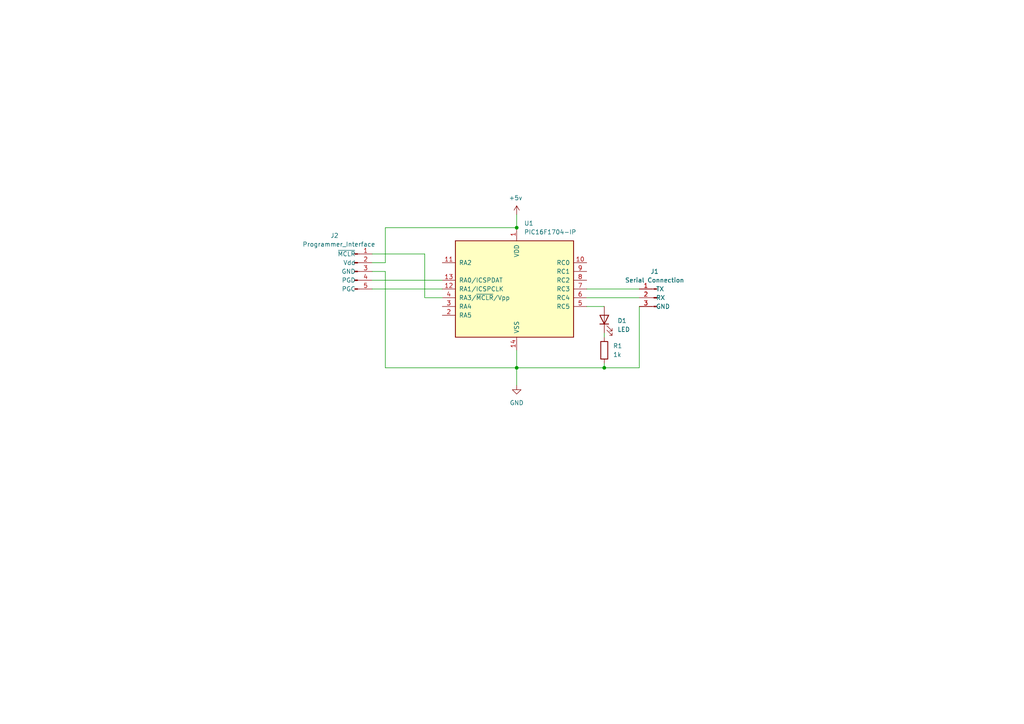
<source format=kicad_sch>
(kicad_sch (version 20250114) (generator "eeschema") (generator_version "9.0")
  (paper "A4")
  (title_block (title "PIC16F1704 Hello Morse Demo") (date "2025-12-09") (rev "1.0") (company "Boise State University") (comment 2 "Description: Demonstrate standalone use of PICkit4 programmer with PIC16F1704") (comment 3 "Author: Luke Hindman"))
  (lib_symbols
    (symbol "Connector:Conn_01x03_Pin" (pin_names (offset 1.016))
      (property "Reference" "J1" (at 0.635 7.62 0))
      (property "Value" "Serial Connection" (at 0.635 5.08 0))
      (symbol "Conn_01x03_Pin_1_1"
        (rectangle (start 0.8636 2.667) (end 0 2.413) (stroke (width 0.1524)) (fill (type outline)))
        (rectangle (start 0.8636 0.127) (end 0 -0.127) (stroke (width 0.1524)) (fill (type outline)))
        (rectangle (start 0.8636 -2.413) (end 0 -2.667) (stroke (width 0.1524)) (fill (type outline)))
        (polyline (pts (xy 1.27 2.54) (xy 0.8636 2.54)) (stroke (width 0.1524)))
        (polyline (pts (xy 1.27 0) (xy 0.8636 0)) (stroke (width 0.1524)))
        (polyline (pts (xy 1.27 -2.54) (xy 0.8636 -2.54)) (stroke (width 0.1524)))
        (pin output line (at 5.08 2.54 180) (length 3.81) (name "TX") (number "1"))
        (pin input line (at 5.08 0 180) (length 3.81) (name "RX") (number "2"))
        (pin passive line (at 5.08 -2.54 180) (length 3.81) (name "GND") (number "3"))
      )
    )
    (symbol "Device:LED" (pin_numbers (hide yes)) (pin_names (offset 1.016) (hide yes))
      (property "Reference" "D" (at 0 2.54 0))
      (property "Value" "LED" (at 0 -2.54 0))
      (symbol "LED_0_1"
        (polyline (pts (xy -3.048 -0.762) (xy -4.572 -2.286) (xy -3.81 -2.286) (xy -4.572 -2.286) (xy -4.572 -1.524)))
        (polyline (pts (xy -1.778 -0.762) (xy -3.302 -2.286) (xy -2.54 -2.286) (xy -3.302 -2.286) (xy -3.302 -1.524)))
        (polyline (pts (xy -1.27 0) (xy 1.27 0)))
        (polyline (pts (xy -1.27 -1.27) (xy -1.27 1.27)) (stroke (width 0.254)))
        (polyline (pts (xy 1.27 -1.27) (xy 1.27 1.27) (xy -1.27 0) (xy 1.27 -1.27)) (stroke (width 0.254)))
      )
      (symbol "LED_1_1"
        (pin passive line (at -3.81 0 0) (length 2.54) (name "K") (number "1"))
        (pin passive line (at 3.81 0 180) (length 2.54) (name "A") (number "2"))
      )
    )
    (symbol "Device:R" (pin_numbers (hide yes)) (pin_names (offset 0))
      (property "Reference" "R" (at 2.032 0 90))
      (property "Value" "R" (at 0 0 90))
      (symbol "R_0_1"
        (rectangle (start -1.016 -2.54) (end 1.016 2.54) (stroke (width 0.254)))
      )
      (symbol "R_1_1"
        (pin passive line (at 0 3.81 270) (length 1.27) (name "~") (number "1"))
        (pin passive line (at 0 -3.81 90) (length 1.27) (name "~") (number "2"))
      )
    )
    (symbol "ENDS Lab:PIC16F1704-IP" (pin_names (offset 1.016))
      (property "Reference" "U1" (at 2.1433 19.05 0))
      (property "Value" "PIC16F1704-IP" (at 2.1433 16.51 0))
      (symbol "PIC16F1704-IP_0_1"
        (rectangle (start -17.78 13.97) (end 16.51 -13.97) (stroke (width 0.254)) (fill (type background)))
      )
      (symbol "PIC16F1704-IP_1_1"
        (pin bidirectional line (at -21.59 7.62 0) (length 3.81) (name "RA2") (number "11"))
        (pin bidirectional line (at -21.59 2.54 0) (length 3.81) (name "RA0/ICSPDAT") (number "13"))
        (pin bidirectional line (at -21.59 0 0) (length 3.81) (name "RA1/ICSPCLK") (number "12"))
        (pin bidirectional line (at -21.59 -2.54 0) (length 3.81) (name "RA3/~{MCLR}/Vpp") (number "4"))
        (pin bidirectional line (at -21.59 -5.08 0) (length 3.81) (name "RA4") (number "3"))
        (pin bidirectional line (at -21.59 -7.62 0) (length 3.81) (name "RA5") (number "2"))
        (pin power_in line (at 0 17.78 270) (length 3.81) (name "VDD") (number "1"))
        (pin power_in line (at 0 -17.78 90) (length 3.81) (name "VSS") (number "14"))
        (pin bidirectional line (at 20.32 7.62 180) (length 3.81) (name "RC0") (number "10"))
        (pin bidirectional line (at 20.32 5.08 180) (length 3.81) (name "RC1") (number "9"))
        (pin bidirectional line (at 20.32 2.54 180) (length 3.81) (name "RC2") (number "8"))
        (pin bidirectional line (at 20.32 0 180) (length 3.81) (name "RC3") (number "7"))
        (pin bidirectional line (at 20.32 -2.54 180) (length 3.81) (name "RC4") (number "6"))
        (pin bidirectional line (at 20.32 -5.08 180) (length 3.81) (name "RC5") (number "5"))
      )
    )
    (symbol "ENDS Lab:Programmer_Interface" (pin_names (offset 1.016))
      (property "Reference" "J2" (at 0.635 10.16 0))
      (property "Value" "Programmer_Interface" (at 1.524 13.208 0))
      (symbol "Programmer_Interface_1_1"
        (rectangle (start 0.8636 5.207) (end 0 4.953) (stroke (width 0.1524)) (fill (type outline)))
        (rectangle (start 0.8636 2.667) (end 0 2.413) (stroke (width 0.1524)) (fill (type outline)))
        (rectangle (start 0.8636 0.127) (end 0 -0.127) (stroke (width 0.1524)) (fill (type outline)))
        (rectangle (start 0.8636 -2.413) (end 0 -2.667) (stroke (width 0.1524)) (fill (type outline)))
        (rectangle (start 0.8636 -4.953) (end 0 -5.207) (stroke (width 0.1524)) (fill (type outline)))
        (polyline (pts (xy 1.27 5.08) (xy 0.8636 5.08)) (stroke (width 0.1524)))
        (polyline (pts (xy 1.27 2.54) (xy 0.8636 2.54)) (stroke (width 0.1524)))
        (polyline (pts (xy 1.27 0) (xy 0.8636 0)) (stroke (width 0.1524)))
        (polyline (pts (xy 1.27 -2.54) (xy 0.8636 -2.54)) (stroke (width 0.1524)))
        (polyline (pts (xy 1.27 -5.08) (xy 0.8636 -5.08)) (stroke (width 0.1524)))
        (pin passive line (at 5.08 5.08 180) (length 3.81) (name "~{MCLR}") (number "1"))
        (pin passive line (at 5.08 2.54 180) (length 3.81) (name "Vdd") (number "2"))
        (pin passive line (at 5.08 0 180) (length 3.81) (name "GND") (number "3"))
        (pin passive line (at 5.08 -2.54 180) (length 3.81) (name "PGD") (number "4"))
        (pin passive line (at 5.08 -5.08 180) (length 3.81) (name "PGC") (number "5"))
      )
    )
    (symbol "power:GND" (power) (pin_numbers (hide yes)) (pin_names (offset 0) (hide yes))
      (property "Value" "GND" (at 0 -3.81 0))
      (symbol "GND_0_1"
        (polyline (pts (xy 0 0) (xy 0 -1.27) (xy 1.27 -1.27) (xy 0 -2.54) (xy -1.27 -1.27) (xy 0 -1.27)))
      )
      (symbol "GND_1_1"
        (pin power_in line (at 0 0 270) (length 0) (name "~") (number "1"))
      )
    )
    (symbol "power:VDD" (power) (pin_numbers (hide yes)) (pin_names (offset 0) (hide yes))
      (property "Value" "VDD" (at 0 3.556 0))
      (symbol "VDD_0_1"
        (polyline (pts (xy -0.762 1.27) (xy 0 2.54)))
        (polyline (pts (xy 0 2.54) (xy 0.762 1.27)))
        (polyline (pts (xy 0 0) (xy 0 2.54)))
      )
      (symbol "VDD_1_1"
        (pin power_in line (at 0 0 90) (length 0) (name "~") (number "1"))
      )
    )
  )
  (junction (at 149.86 66.04))
  (junction (at 149.86 106.68))
  (junction (at 175.26 106.68))
  (wire (pts (xy 111.76 78.74) (xy 111.76 106.68)))
  (wire (pts (xy 185.42 88.9) (xy 185.42 106.68)))
  (wire (pts (xy 149.86 106.68) (xy 149.86 111.76)))
  (wire (pts (xy 170.18 88.9) (xy 175.26 88.9)))
  (wire (pts (xy 107.95 81.28) (xy 128.27 81.28)))
  (wire (pts (xy 175.26 105.41) (xy 175.26 106.68)))
  (wire (pts (xy 107.95 76.2) (xy 111.76 76.2)))
  (wire (pts (xy 107.95 73.66) (xy 123.19 73.66)))
  (wire (pts (xy 123.19 86.36) (xy 128.27 86.36)))
  (wire (pts (xy 149.86 106.68) (xy 111.76 106.68)))
  (wire (pts (xy 111.76 76.2) (xy 111.76 66.04)))
  (wire (pts (xy 170.18 86.36) (xy 185.42 86.36)))
  (wire (pts (xy 107.95 83.82) (xy 128.27 83.82)))
  (wire (pts (xy 170.18 83.82) (xy 185.42 83.82)))
  (wire (pts (xy 149.86 106.68) (xy 175.26 106.68)))
  (wire (pts (xy 123.19 73.66) (xy 123.19 86.36)))
  (wire (pts (xy 175.26 106.68) (xy 185.42 106.68)))
  (wire (pts (xy 175.26 96.52) (xy 175.26 97.79)))
  (wire (pts (xy 111.76 66.04) (xy 149.86 66.04)))
  (wire (pts (xy 107.95 78.74) (xy 111.76 78.74)))
  (wire (pts (xy 149.86 101.6) (xy 149.86 106.68)))
  (wire (pts (xy 149.86 62.23) (xy 149.86 66.04)))
  (symbol (lib_id "Device:LED") (at 175.26 92.71 90) (unit 1)
    (property "Reference" "D1" (at 179.07 93.0274 90) (effects (justify right)))
    (property "Value" "LED" (at 179.07 95.5674 90) (effects (justify right)))
    (property "Description" "Light emitting diode" (effects (hide yes)))
    (property "Sim.Pins" "1=K 2=A" (effects (hide yes)))
  )
  (symbol (lib_id "ENDS Lab:Programmer_Interface") (at 102.87 78.74 0) (unit 1)
    (property "Reference" "J2" (at 97.028 68.326 0))
    (property "Value" "Programmer_Interface" (at 98.298 70.866 0))
    (property "Description" "PICkit4 Programmer Interface" (effects (hide yes)))
  )
  (symbol (lib_id "ENDS Lab:PIC16F1704-IP") (at 149.86 83.82 0) (unit 1)
    (property "Reference" "U1" (at 152.0033 64.77 0) (effects (justify left)))
    (property "Value" "PIC16F1704-IP" (at 152.0033 67.31 0) (effects (justify left)))
    (property "Datasheet" "https://ww1.microchip.com/downloads/en/DeviceDoc/40001715D.pdf" (effects (hide yes)))
    (property "Description" "PIC16F1704, PDIP-14" (effects (hide yes)))
  )
  (symbol (lib_id "Connector:Conn_01x03_Pin") (at 190.5 86.36 0) (mirror y) (unit 1)
    (property "Reference" "J1" (at 189.865 78.74 0))
    (property "Value" "Serial Connection" (at 189.865 81.28 0))
    (property "Description" "Generic connector, single row, 01x03, script generated" (effects (hide yes)))
  )
  (symbol (lib_id "power:VDD") (at 149.86 62.23 0) (unit 1)
    (property "Reference" "#PWR01" (effects (hide yes)))
    (property "Value" "+5v" (at 147.574 57.404 0) (effects (justify left)))
    (property "Description" "Power symbol creates a global label with name \"VDD\"" (effects (hide yes)))
  )
  (symbol (lib_id "power:GND") (at 149.86 111.76 0) (unit 1)
    (property "Reference" "#PWR02" (effects (hide yes)))
    (property "Value" "GND" (at 149.86 116.84 0))
    (property "Description" "Power symbol creates a global label with name \"GND\" , ground" (effects (hide yes)))
  )
  (symbol (lib_id "Device:R") (at 175.26 101.6 180) (unit 1)
    (property "Reference" "R1" (at 177.8 100.3299 0) (effects (justify right)))
    (property "Value" "1k" (at 177.8 102.8699 0) (effects (justify right)))
    (property "Description" "Resistor" (effects (hide yes)))
  )
)
</source>
